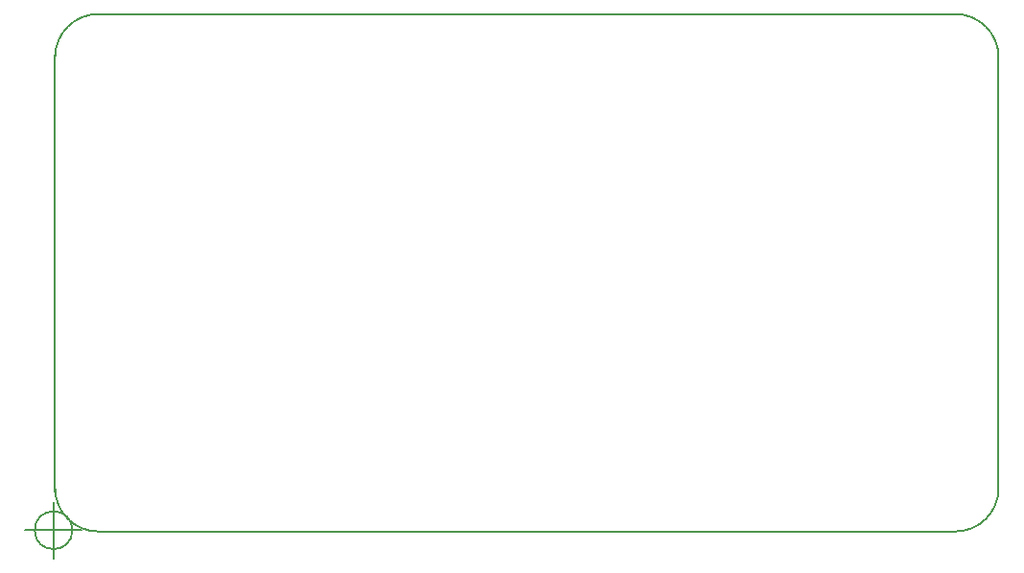
<source format=gbr>
G04 #@! TF.FileFunction,Profile,NP*
%FSLAX46Y46*%
G04 Gerber Fmt 4.6, Leading zero omitted, Abs format (unit mm)*
G04 Created by KiCad (PCBNEW 4.0.4-stable) date 11/24/16 17:28:53*
%MOMM*%
%LPD*%
G01*
G04 APERTURE LIST*
%ADD10C,0.150000*%
G04 APERTURE END LIST*
D10*
X188214000Y-80010000D02*
G75*
G03X184404000Y-76200000I-3810000J0D01*
G01*
X184404000Y-121920000D02*
G75*
G03X188214000Y-118110000I0J3810000D01*
G01*
X104902000Y-118110000D02*
G75*
G03X108712000Y-121920000I3810000J0D01*
G01*
X108712000Y-76200000D02*
G75*
G03X104902000Y-80010000I0J-3810000D01*
G01*
X106430583Y-121808123D02*
G75*
G03X106430583Y-121808123I-1666666J0D01*
G01*
X102263917Y-121808123D02*
X107263917Y-121808123D01*
X104763917Y-119308123D02*
X104763917Y-124308123D01*
X104902000Y-118364000D02*
X104902000Y-79756000D01*
X188214000Y-118110000D02*
X188214000Y-114300000D01*
X108712000Y-121920000D02*
X184404000Y-121920000D01*
X184404000Y-76200000D02*
X108458000Y-76200000D01*
X188214000Y-114300000D02*
X188214000Y-79756000D01*
M02*

</source>
